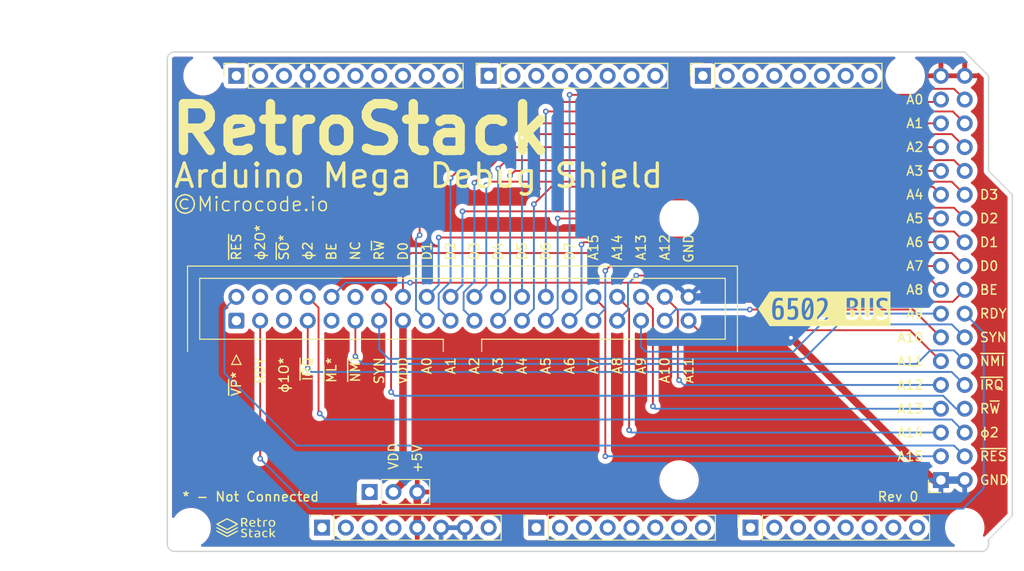
<source format=kicad_pcb>
(kicad_pcb (version 20211014) (generator pcbnew)
  (title_block (date "mar. 31 mars 2015"))
  (layers (0 "F.Cu" signal) (31 "B.Cu" mixed) (34 "B.Paste" user) (35 "F.Paste" user) (36 "B.SilkS" user "B.Silkscreen") (37 "F.SilkS" user "F.Silkscreen") (38 "B.Mask" user) (39 "F.Mask" user) (44 "Edge.Cuts" user))
  (net 0 "")
  (net 1 "GND")
  (net 2 "+5V")
  (net 3 "/IOREF")
  (net 4 "/A0")
  (net 5 "/A1")
  (net 6 "/A2")
  (net 7 "/A3")
  (net 8 "/A4")
  (net 9 "/A5")
  (net 10 "/A6")
  (net 11 "/A7")
  (net 12 "/A8")
  (net 13 "/A9")
  (net 14 "/A10")
  (net 15 "/A11")
  (net 16 "/A12")
  (net 17 "/A13")
  (net 18 "/A14")
  (net 19 "/A15")
  (net 20 "/AREF")
  (net 21 "/*13")
  (net 22 "/*12")
  (net 23 "/*11")
  (net 24 "/*10")
  (net 25 "/*9")
  (net 26 "/*8")
  (net 27 "/*7")
  (net 28 "/*6")
  (net 29 "/*5")
  (net 30 "/*4")
  (net 31 "/*3")
  (net 32 "/*2")
  (net 33 "/TX0{slash}1")
  (net 34 "/RX0{slash}0")
  (net 35 "+3V3")
  (net 36 "/TX3{slash}14")
  (net 37 "/RX3{slash}15")
  (net 38 "/TX2{slash}16")
  (net 39 "/RX2{slash}17")
  (net 40 "/TX1{slash}18")
  (net 41 "/RX1{slash}19")
  (net 42 "/SDA{slash}20")
  (net 43 "/SCL{slash}21")
  (net 44 "VCC")
  (net 45 "/~{RESET}")
  (net 47 "/AA0")
  (net 48 "/AA1")
  (net 49 "/AA2")
  (net 50 "/AA3")
  (net 51 "/AA4")
  (net 52 "/AA5")
  (net 53 "/AA6")
  (net 54 "/AA7")
  (net 55 "/AA8")
  (net 56 "/AA9")
  (net 57 "/AA10")
  (net 58 "/AA11")
  (net 59 "/AA12")
  (net 60 "/AA13")
  (net 61 "/AA14")
  (net 62 "/AA15")
  (net 63 "/~{RES}")
  (net 64 "/PHI2")
  (net 65 "/R{slash}~{W}")
  (net 66 "/~{IRQ}")
  (net 67 "/~{NMI}")
  (net 68 "/SYNC")
  (net 69 "/RDY")
  (net 70 "/BE")
  (net 71 "/D0")
  (net 72 "/D1")
  (net 73 "/D2")
  (net 74 "/D3")
  (net 75 "/D4")
  (net 76 "/D5")
  (net 77 "/D6")
  (net 78 "/D7")
  (net 79 "/VPB")
  (net 80 "/PHI2O")
  (net 81 "/~{SO}")
  (net 82 "/PHI1O")
  (net 83 "/~{ML}")
  (net 84 "/NC")
  (net 85 "/VDD")
  (footprint "Connector_PinSocket_2.54mm:PinSocket_2x18_P2.54mm_Vertical" (layer "F.Cu") (at 193.98 92.38 180)
    (fp_text reference "J7" hide)
    (fp_text value "Digital")
    (pad "1" thru_hole rect locked (at 0 0 180) (size 1.7 1.7) (drill 1) (layers *.Cu *.Mask) (net 1 "GND"))
    (pad "2" thru_hole oval locked (at -2.54 0 180) (size 1.7 1.7) (drill 1) (layers *.Cu *.Mask) (net 1 "GND"))
    (pad "3" thru_hole oval locked (at 0 2.54 180) (size 1.7 1.7) (drill 1) (layers *.Cu *.Mask) (net 19 "/A15"))
    (pad "4" thru_hole oval locked (at -2.54 2.54 180) (size 1.7 1.7) (drill 1) (layers *.Cu *.Mask) (net 63 "/~{RES}"))
    (pad "5" thru_hole oval locked (at 0 5.08 180) (size 1.7 1.7) (drill 1) (layers *.Cu *.Mask) (net 18 "/A14"))
    (pad "6" thru_hole oval locked (at -2.54 5.08 180) (size 1.7 1.7) (drill 1) (layers *.Cu *.Mask) (net 64 "/PHI2"))
    (pad "7" thru_hole oval locked (at 0 7.62 180) (size 1.7 1.7) (drill 1) (layers *.Cu *.Mask) (net 17 "/A13"))
    (pad "8" thru_hole oval locked (at -2.54 7.62 180) (size 1.7 1.7) (drill 1) (layers *.Cu *.Mask) (net 65 "/R{slash}~{W}"))
    (pad "9" thru_hole oval locked (at 0 10.16 180) (size 1.7 1.7) (drill 1) (layers *.Cu *.Mask) (net 16 "/A12"))
    (pad "10" thru_hole oval locked (at -2.54 10.16 180) (size 1.7 1.7) (drill 1) (layers *.Cu *.Mask) (net 66 "/~{IRQ}"))
    (pad "11" thru_hole oval locked (at 0 12.7 180) (size 1.7 1.7) (drill 1) (layers *.Cu *.Mask) (net 15 "/A11"))
    (pad "12" thru_hole oval locked (at -2.54 12.7 180) (size 1.7 1.7) (drill 1) (layers *.Cu *.Mask) (net 67 "/~{NMI}"))
    (pad "13" thru_hole oval locked (at 0 15.24 180) (size 1.7 1.7) (drill 1) (layers *.Cu *.Mask) (net 14 "/A10"))
    (pad "14" thru_hole oval locked (at -2.54 15.24 180) (size 1.7 1.7) (drill 1) (layers *.Cu *.Mask) (net 68 "/SYNC"))
    (pad "15" thru_hole oval locked (at 0 17.78 180) (size 1.7 1.7) (drill 1) (layers *.Cu *.Mask) (net 13 "/A9"))
    (pad "16" thru_hole oval locked (at -2.54 17.78 180) (size 1.7 1.7) (drill 1) (layers *.Cu *.Mask) (net 69 "/RDY"))
    (pad "17" thru_hole oval locked (at 0 20.32 180) (size 1.7 1.7) (drill 1) (layers *.Cu *.Mask) (net 12 "/A8"))
    (pad "18" thru_hole oval locked (at -2.54 20.32 180) (size 1.7 1.7) (drill 1) (layers *.Cu *.Mask) (net 70 "/BE"))
    (pad "19" thru_hole oval locked (at 0 22.86 180) (size 1.7 1.7) (drill 1) (layers *.Cu *.Mask) (net 11 "/A7"))
    (pad "20" thru_hole oval locked (at -2.54 22.86 180) (size 1.7 1.7) (drill 1) (layers *.Cu *.Mask) (net 71 "/D0"))
    (pad "21" thru_hole oval locked (at 0 25.4 180) (size 1.7 1.7) (drill 1) (layers *.Cu *.Mask) (net 10 "/A6"))
    (pad "22" thru_hole oval locked (at -2.54 25.4 180) (size 1.7 1.7) (drill 1) (layers *.Cu *.Mask) (net 72 "/D1"))
    (pad "23" thru_hole oval locked (at 0 27.94 180) (size 1.7 1.7) (drill 1) (layers *.Cu *.Mask) (net 9 "/A5"))
    (pad "24" thru_hole oval locked (at -2.54 27.94 180) (size 1.7 1.7) (drill 1) (layers *.Cu *.Mask) (net 73 "/D2"))
    (pad "25" thru_hole oval locked (at 0 30.48 180) (size 1.7 1.7) (drill 1) (layers *.Cu *.Mask) (net 8 "/A4"))
    (pad "26" thru_hole oval locked (at -2.54 30.48 180) (size 1.7 1.7) (drill 1) (layers *.Cu *.Mask) (net 74 "/D3"))
    (pad "27" thru_hole oval locked (at 0 33.02 180) (size 1.7 1.7) (drill 1) (layers *.Cu *.Mask) (net 7 "/A3"))
    (pad "28" thru_hole oval locked (at -2.54 33.02 180) (size 1.7 1.7) (drill 1) (layers *.Cu *.Mask) (net 75 "/D4"))
    (pad "29" thru_hole oval locked (at 0 35.56 180) (size 1.7 1.7) (drill 1) (layers *.Cu *.Mask) (net 6 "/A2"))
    (pad "30" thru_hole oval locked (at -2.54 35.56 180) (size 1.7 1.7) (drill 1) (layers *.Cu *.Mask) (net 76 "/D5"))
    (pad "31" thru_hole oval locked (at 0 38.1 180) (size 1.7 1.7) (drill 1) (layers *.Cu *.Mask) (net 5 "/A1"))
    (pad "32" thru_hole oval locked (at -2.54 38.1 180) (size 1.7 1.7) (drill 1) (layers *.Cu *.Mask) (net 77 "/D6"))
    (pad "33" thru_hole oval locked (at 0 40.64 180) (size 1.7 1.7) (drill 1) (layers *.Cu *.Mask) (net 4 "/A0"))
    (pad "34" thru_hole oval locked (at -2.54 40.64 180) (size 1.7 1.7) (drill 1) (layers *.Cu *.Mask) (net 78 "/D7"))
    (pad "35" thru_hole oval locked (at 0 43.18 180) (size 1.7 1.7) (drill 1) (layers *.Cu *.Mask) (net 2 "+5V"))
    (pad "36" thru_hole oval locked (at -2.54 43.18 180) (size 1.7 1.7) (drill 1) (layers *.Cu *.Mask) (net 2 "+5V"))
  )
  (footprint "Connector_PinSocket_2.54mm:PinSocket_1x08_P2.54mm_Vertical" (layer "F.Cu") (at 127.94 97.46 90)
    (fp_text reference "J1" hide)
    (fp_text value "Power")
    (pad "1" thru_hole rect locked (at 0 0 90) (size 1.7 1.7) (drill 1) (layers *.Cu *.Mask))
    (pad "2" thru_hole oval locked (at 0 2.54 90) (size 1.7 1.7) (drill 1) (layers *.Cu *.Mask) (net 3 "/IOREF"))
    (pad "3" thru_hole oval locked (at 0 5.08 90) (size 1.7 1.7) (drill 1) (layers *.Cu *.Mask) (net 45 "/~{RESET}"))
    (pad "4" thru_hole oval locked (at 0 7.62 90) (size 1.7 1.7) (drill 1) (layers *.Cu *.Mask) (net 35 "+3V3"))
    (pad "5" thru_hole oval locked (at 0 10.16 90) (size 1.7 1.7) (drill 1) (layers *.Cu *.Mask) (net 2 "+5V"))
    (pad "6" thru_hole oval locked (at 0 12.7 90) (size 1.7 1.7) (drill 1) (layers *.Cu *.Mask) (net 1 "GND"))
    (pad "7" thru_hole oval locked (at 0 15.24 90) (size 1.7 1.7) (drill 1) (layers *.Cu *.Mask) (net 1 "GND"))
    (pad "8" thru_hole oval locked (at 0 17.78 90) (size 1.7 1.7) (drill 1) (layers *.Cu *.Mask) (net 44 "VCC"))
  )
  (footprint "Connector_PinSocket_2.54mm:PinSocket_1x08_P2.54mm_Vertical" (layer "F.Cu") (at 150.8 97.46 90)
    (fp_text reference "J3" hide)
    (fp_text value "Analog")
    (pad "1" thru_hole rect locked (at 0 0 90) (size 1.7 1.7) (drill 1) (layers *.Cu *.Mask) (net 47 "/AA0"))
    (pad "2" thru_hole oval locked (at 0 2.54 90) (size 1.7 1.7) (drill 1) (layers *.Cu *.Mask) (net 48 "/AA1"))
    (pad "3" thru_hole oval locked (at 0 5.08 90) (size 1.7 1.7) (drill 1) (layers *.Cu *.Mask) (net 49 "/AA2"))
    (pad "4" thru_hole oval locked (at 0 7.62 90) (size 1.7 1.7) (drill 1) (layers *.Cu *.Mask) (net 50 "/AA3"))
    (pad "5" thru_hole oval locked (at 0 10.16 90) (size 1.7 1.7) (drill 1) (layers *.Cu *.Mask) (net 51 "/AA4"))
    (pad "6" thru_hole oval locked (at 0 12.7 90) (size 1.7 1.7) (drill 1) (layers *.Cu *.Mask) (net 52 "/AA5"))
    (pad "7" thru_hole oval locked (at 0 15.24 90) (size 1.7 1.7) (drill 1) (layers *.Cu *.Mask) (net 53 "/AA6"))
    (pad "8" thru_hole oval locked (at 0 17.78 90) (size 1.7 1.7) (drill 1) (layers *.Cu *.Mask) (net 54 "/AA7"))
  )
  (footprint "Connector_PinSocket_2.54mm:PinSocket_1x08_P2.54mm_Vertical" (layer "F.Cu") (at 173.66 97.46 90)
    (fp_text reference "J5" hide)
    (fp_text value "Analog")
    (pad "1" thru_hole rect locked (at 0 0 90) (size 1.7 1.7) (drill 1) (layers *.Cu *.Mask) (net 55 "/AA8"))
    (pad "2" thru_hole oval locked (at 0 2.54 90) (size 1.7 1.7) (drill 1) (layers *.Cu *.Mask) (net 56 "/AA9"))
    (pad "3" thru_hole oval locked (at 0 5.08 90) (size 1.7 1.7) (drill 1) (layers *.Cu *.Mask) (net 57 "/AA10"))
    (pad "4" thru_hole oval locked (at 0 7.62 90) (size 1.7 1.7) (drill 1) (layers *.Cu *.Mask) (net 58 "/AA11"))
    (pad "5" thru_hole oval locked (at 0 10.16 90) (size 1.7 1.7) (drill 1) (layers *.Cu *.Mask) (net 59 "/AA12"))
    (pad "6" thru_hole oval locked (at 0 12.7 90) (size 1.7 1.7) (drill 1) (layers *.Cu *.Mask) (net 60 "/AA13"))
    (pad "7" thru_hole oval locked (at 0 15.24 90) (size 1.7 1.7) (drill 1) (layers *.Cu *.Mask) (net 61 "/AA14"))
    (pad "8" thru_hole oval locked (at 0 17.78 90) (size 1.7 1.7) (drill 1) (layers *.Cu *.Mask) (net 62 "/AA15"))
  )
  (footprint "Connector_PinSocket_2.54mm:PinSocket_1x10_P2.54mm_Vertical" (layer "F.Cu") (at 118.796 49.2 90)
    (fp_text reference "J2" hide)
    (fp_text value "PWM")
    (pad "1" thru_hole rect locked (at 0 0 90) (size 1.7 1.7) (drill 1) (layers *.Cu *.Mask) (net 43 "/SCL{slash}21"))
    (pad "2" thru_hole oval locked (at 0 2.54 90) (size 1.7 1.7) (drill 1) (layers *.Cu *.Mask) (net 42 "/SDA{slash}20"))
    (pad "3" thru_hole oval locked (at 0 5.08 90) (size 1.7 1.7) (drill 1) (layers *.Cu *.Mask) (net 20 "/AREF"))
    (pad "4" thru_hole oval locked (at 0 7.62 90) (size 1.7 1.7) (drill 1) (layers *.Cu *.Mask) (net 1 "GND"))
    (pad "5" thru_hole oval locked (at 0 10.16 90) (size 1.7 1.7) (drill 1) (layers *.Cu *.Mask) (net 21 "/*13"))
    (pad "6" thru_hole oval locked (at 0 12.7 90) (size 1.7 1.7) (drill 1) (layers *.Cu *.Mask) (net 22 "/*12"))
    (pad "7" thru_hole oval locked (at 0 15.24 90) (size 1.7 1.7) (drill 1) (layers *.Cu *.Mask) (net 23 "/*11"))
    (pad "8" thru_hole oval locked (at 0 17.78 90) (size 1.7 1.7) (drill 1) (layers *.Cu *.Mask) (net 24 "/*10"))
    (pad "9" thru_hole oval locked (at 0 20.32 90) (size 1.7 1.7) (drill 1) (layers *.Cu *.Mask) (net 25 "/*9"))
    (pad "10" thru_hole oval locked (at 0 22.86 90) (size 1.7 1.7) (drill 1) (layers *.Cu *.Mask) (net 26 "/*8"))
  )
  (footprint "Connector_PinSocket_2.54mm:PinSocket_1x08_P2.54mm_Vertical" (layer "F.Cu") (at 145.72 49.2 90)
    (fp_text reference "J4" hide)
    (fp_text value "PWM")
    (pad "1" thru_hole rect locked (at 0 0 90) (size 1.7 1.7) (drill 1) (layers *.Cu *.Mask) (net 27 "/*7"))
    (pad "2" thru_hole oval locked (at 0 2.54 90) (size 1.7 1.7) (drill 1) (layers *.Cu *.Mask) (net 28 "/*6"))
    (pad "3" thru_hole oval locked (at 0 5.08 90) (size 1.7 1.7) (drill 1) (layers *.Cu *.Mask) (net 29 "/*5"))
    (pad "4" thru_hole oval locked (at 0 7.62 90) (size 1.7 1.7) (drill 1) (layers *.Cu *.Mask) (net 30 "/*4"))
    (pad "5" thru_hole oval locked (at 0 10.16 90) (size 1.7 1.7) (drill 1) (layers *.Cu *.Mask) (net 31 "/*3"))
    (pad "6" thru_hole oval locked (at 0 12.7 90) (size 1.7 1.7) (drill 1) (layers *.Cu *.Mask) (net 32 "/*2"))
    (pad "7" thru_hole oval locked (at 0 15.24 90) (size 1.7 1.7) (drill 1) (layers *.Cu *.Mask) (net 33 "/TX0{slash}1"))
    (pad "8" thru_hole oval locked (at 0 17.78 90) (size 1.7 1.7) (drill 1) (layers *.Cu *.Mask) (net 34 "/RX0{slash}0"))
  )
  (footprint "Connector_PinSocket_2.54mm:PinSocket_1x08_P2.54mm_Vertical" (layer "F.Cu") (at 168.58 49.2 90)
    (fp_text reference "J6" hide)
    (fp_text value "Communication")
    (pad "1" thru_hole rect locked (at 0 0 90) (size 1.7 1.7) (drill 1) (layers *.Cu *.Mask) (net 36 "/TX3{slash}14"))
    (pad "2" thru_hole oval locked (at 0 2.54 90) (size 1.7 1.7) (drill 1) (layers *.Cu *.Mask) (net 37 "/RX3{slash}15"))
    (pad "3" thru_hole oval locked (at 0 5.08 90) (size 1.7 1.7) (drill 1) (layers *.Cu *.Mask) (net 38 "/TX2{slash}16"))
    (pad "4" thru_hole oval locked (at 0 7.62 90) (size 1.7 1.7) (drill 1) (layers *.Cu *.Mask) (net 39 "/RX2{slash}17"))
    (pad "5" thru_hole oval locked (at 0 10.16 90) (size 1.7 1.7) (drill 1) (layers *.Cu *.Mask) (net 40 "/TX1{slash}18"))
    (pad "6" thru_hole oval locked (at 0 12.7 90) (size 1.7 1.7) (drill 1) (layers *.Cu *.Mask) (net 41 "/RX1{slash}19"))
    (pad "7" thru_hole oval locked (at 0 15.24 90) (size 1.7 1.7) (drill 1) (layers *.Cu *.Mask) (net 42 "/SDA{slash}20"))
    (pad "8" thru_hole oval locked (at 0 17.78 90) (size 1.7 1.7) (drill 1) (layers *.Cu *.Mask) (net 43 "/SCL{slash}21"))
  )
  (footprint "Arduino_MountingHole:MountingHole_3.2mm" (layer "F.Cu") (at 196.52 97.46)
    (fp_text reference "MH6" hide)
    (fp_text value "MountingHole_3.2mm" hide)
    (pad "" np_thru_hole circle locked (at 0 0) (size 3.2 3.2) (drill 3.2) (layers *.Cu *.Mask))
  )
  (footprint "kibuzzard-642888DE" (layer "F.Cu") (at 181.534 74.092)
    (fp_text reference "kibuzzard-642888DE" hide)
    (fp_text value "G***" hide)
  )
  (footprint "RetroStack:RetroStackFullLogo13x10mm" (layer "F.Cu") (at 119.812 97.46)
    (fp_text reference "G***" hide)
    (fp_text value "LOGO" hide)
  )
  (footprint "Connector_PinHeader_2.54mm:PinHeader_1x03_P2.54mm_Vertical" (layer "F.Cu") (at 133.02 93.65 90)
    (fp_text reference "JP1" hide)
    (fp_text value "JMP_PWR")
    (pad "1" thru_hole rect (at 0 0 90) (size 1.7 1.7) (drill 1) (layers *.Cu *.Mask))
    (pad "2" thru_hole oval (at 0 2.54 90) (size 1.7 1.7) (drill 1) (layers *.Cu *.Mask) (net 85 "/VDD"))
    (pad "3" thru_hole oval (at 0 5.08 90) (size 1.7 1.7) (drill 1) (layers *.Cu *.Mask) (net 2 "+5V"))
  )
  (footprint "Arduino_MountingHole:MountingHole_3.2mm" (layer "F.Cu") (at 115.24 49.2)
    (fp_text reference "MH1" hide)
    (fp_text value "MountingHole_3.2mm" hide)
    (pad "" np_thru_hole circle locked (at 0 0) (size 3.2 3.2) (drill 3.2) (layers *.Cu *.Mask))
  )
  (footprint "Connector_IDC:IDC-Header_2x20_P2.54mm_Vertical" (layer "F.Cu") (at 118.796 75.3525 90)
    (fp_text reference "J8" hide)
    (fp_text value "BUS_6502")
    (pad "1" thru_hole roundrect (at 0 0 90) (size 1.7 1.7) (drill 1) (layers *.Cu *.Mask) (roundrect_rratio 0.147059) (net 79 "/VPB"))
    (pad "2" thru_hole circle (at 2.54 0 90) (size 1.7 1.7) (drill 1) (layers *.Cu *.Mask) (net 63 "/~{RES}"))
    (pad "3" thru_hole circle (at 0 2.54 90) (size 1.7 1.7) (drill 1) (layers *.Cu *.Mask) (net 69 "/RDY"))
    (pad "4" thru_hole circle (at 2.54 2.54 90) (size 1.7 1.7) (drill 1) (layers *.Cu *.Mask) (net 80 "/PHI2O"))
    (pad "5" thru_hole circle (at 0 5.08 90) (size 1.7 1.7) (drill 1) (layers *.Cu *.Mask) (net 82 "/PHI1O"))
    (pad "6" thru_hole circle (at 2.54 5.08 90) (size 1.7 1.7) (drill 1) (layers *.Cu *.Mask) (net 81 "/~{SO}"))
    (pad "7" thru_hole circle (at 0 7.62 90) (size 1.7 1.7) (drill 1) (layers *.Cu *.Mask) (net 66 "/~{IRQ}"))
    (pad "8" thru_hole circle (at 2.54 7.62 90) (size 1.7 1.7) (drill 1) (layers *.Cu *.Mask) (net 64 "/PHI2"))
    (pad "9" thru_hole circle (at 0 10.16 90) (size 1.7 1.7) (drill 1) (layers *.Cu *.Mask) (net 83 "/~{ML}"))
    (pad "10" thru_hole circle (at 2.54 10.16 90) (size 1.7 1.7) (drill 1) (layers *.Cu *.Mask) (net 70 "/BE"))
    (pad "11" thru_hole circle (at 0 12.7 90) (size 1.7 1.7) (drill 1) (layers *.Cu *.Mask) (net 67 "/~{NMI}"))
    (pad "12" thru_hole circle (at 2.54 12.7 90) (size 1.7 1.7) (drill 1) (layers *.Cu *.Mask) (net 84 "/NC"))
    (pad "13" thru_hole circle (at 0 15.24 90) (size 1.7 1.7) (drill 1) (layers *.Cu *.Mask) (net 68 "/SYNC"))
    (pad "14" thru_hole circle (at 2.54 15.24 90) (size 1.7 1.7) (drill 1) (layers *.Cu *.Mask) (net 65 "/R{slash}~{W}"))
    (pad "15" thru_hole circle (at 0 17.78 90) (size 1.7 1.7) (drill 1) (layers *.Cu *.Mask) (net 85 "/VDD"))
    (pad "16" thru_hole circle (at 2.54 17.78 90) (size 1.7 1.7) (drill 1) (layers *.Cu *.Mask) (net 71 "/D0"))
    (pad "17" thru_hole circle (at 0 20.32 90) (size 1.7 1.7) (drill 1) (layers *.Cu *.Mask) (net 4 "/A0"))
    (pad "18" thru_hole circle (at 2.54 20.32 90) (size 1.7 1.7) (drill 1) (layers *.Cu *.Mask) (net 72 "/D1"))
    (pad "19" thru_hole circle (at 0 22.86 90) (size 1.7 1.7) (drill 1) (layers *.Cu *.Mask) (net 5 "/A1"))
    (pad "20" thru_hole circle (at 2.54 22.86 90) (size 1.7 1.7) (drill 1) (layers *.Cu *.Mask) (net 73 "/D2"))
    (pad "21" thru_hole circle (at 0 25.4 90) (size 1.7 1.7) (drill 1) (layers *.Cu *.Mask) (net 6 "/A2"))
    (pad "22" thru_hole circle (at 2.54 25.4 90) (size 1.7 1.7) (drill 1) (layers *.Cu *.Mask) (net 74 "/D3"))
    (pad "23" thru_hole circle (at 0 27.94 90) (size 1.7 1.7) (drill 1) (layers *.Cu *.Mask) (net 7 "/A3"))
    (pad "24" thru_hole circle (at 2.54 27.94 90) (size 1.7 1.7) (drill 1) (layers *.Cu *.Mask) (net 75 "/D4"))
    (pad "25" thru_hole circle (at 0 30.48 90) (size 1.7 1.7) (drill 1) (layers *.Cu *.Mask) (net 8 "/A4"))
    (pad "26" thru_hole circle (at 2.54 30.48 90) (size 1.7 1.7) (drill 1) (layers *.Cu *.Mask) (net 76 "/D5"))
    (pad "27" thru_hole circle (at 0 33.02 90) (size 1.7 1.7) (drill 1) (layers *.Cu *.Mask) (net 9 "/A5"))
    (pad "28" thru_hole circle (at 2.54 33.02 90) (size 1.7 1.7) (drill 1) (layers *.Cu *.Mask) (net 77 "/D6"))
    (pad "29" thru_hole circle (at 0 35.56 90) (size 1.7 1.7) (drill 1) (layers *.Cu *.Mask) (net 10 "/A6"))
    (pad "30" thru_hole circle (at 2.54 35.56 90) (size 1.7 1.7) (drill 1) (layers *.Cu *.Mask) (net 78 "/D7"))
    (pad "31" thru_hole circle (at 0 38.1 90) (size 1.7 1.7) (drill 1) (layers *.Cu *.Mask) (net 11 "/A7"))
    (pad "32" thru_hole circle (at 2.54 38.1 90) (size 1.7 1.7) (drill 1) (layers *.Cu *.Mask) (net 19 "/A15"))
    (pad "33" thru_hole circle (at 0 40.64 90) (size 1.7 1.7) (drill 1) (layers *.Cu *.Mask) (net 12 "/A8"))
    (pad "34" thru_hole circle (at 2.54 40.64 90) (size 1.7 1.7) (drill 1) (layers *.Cu *.Mask) (net 18 "/A14"))
    (pad "35" thru_hole circle (at 0 43.18 90) (size 1.7 1.7) (drill 1) (layers *.Cu *.Mask) (net 13 "/A9"))
    (pad "36" thru_hole circle (at 2.54 43.18 90) (size 1.7 1.7) (drill 1) (layers *.Cu *.Mask) (net 17 "/A13"))
    (pad "37" thru_hole circle (at 0 45.72 90) (size 1.7 1.7) (drill 1) (layers *.Cu *.Mask) (net 14 "/A10"))
    (pad "38" thru_hole circle (at 2.54 45.72 90) (size 1.7 1.7) (drill 1) (layers *.Cu *.Mask) (net 16 "/A12"))
    (pad "39" thru_hole circle (at 0 48.26 90) (size 1.7 1.7) (drill 1) (layers *.Cu *.Mask) (net 15 "/A11"))
    (pad "40" thru_hole circle (at 2.54 48.26 90) (size 1.7 1.7) (drill 1) (layers *.Cu *.Mask) (net 1 "GND"))
  )
  (footprint "Arduino_MountingHole:MountingHole_3.2mm" (layer "F.Cu") (at 113.97 97.46)
    (fp_text reference "MH2" hide)
    (fp_text value "MountingHole_3.2mm" hide)
    (pad "" np_thru_hole circle locked (at 0 0) (size 3.2 3.2) (drill 3.2) (layers *.Cu *.Mask))
  )
  (footprint "Arduino_MountingHole:MountingHole_3.2mm" (layer "F.Cu") (at 166.04 64.44)
    (fp_text reference "MH3" hide)
    (fp_text value "MountingHole_3.2mm" hide)
    (pad "" np_thru_hole circle locked (at 0 0) (size 3.2 3.2) (drill 3.2) (layers *.Cu *.Mask))
  )
  (footprint "Arduino_MountingHole:MountingHole_3.2mm" (layer "F.Cu") (at 166.04 92.38)
    (fp_text reference "MH4" hide)
    (fp_text value "MountingHole_3.2mm" hide)
    (pad "" np_thru_hole circle locked (at 0 0) (size 3.2 3.2) (drill 3.2) (layers *.Cu *.Mask))
  )
  (footprint "Arduino_MountingHole:MountingHole_3.2mm" (layer "F.Cu") (at 190.17 49.2)
    (fp_text reference "MH5" hide)
    (fp_text value "MountingHole_3.2mm" hide)
    (pad "" np_thru_hole circle locked (at 0 0) (size 3.2 3.2) (drill 3.2) (layers *.Cu *.Mask))
  )
  (gr_line (start 199.06 59.36) (end 201.6 61.9) (layer "Edge.Cuts") (width 0.15))
  (gr_line (start 111.43 99.238) (end 111.43 47.422) (layer "Edge.Cuts") (width 0.15))
  (gr_line (start 201.6 61.9) (end 201.6 96.19) (layer "Edge.Cuts") (width 0.15))
  (gr_line (start 198.298 100) (end 112.192 100) (layer "Edge.Cuts") (width 0.15))
  (gr_line (start 112.192 46.66) (end 196.52 46.66) (layer "Edge.Cuts") (width 0.15))
  (gr_arc (start 112.192 100) (mid 111.653185 99.776815) (end 111.43 99.238) (layer "Edge.Cuts") (width 0.15))
  (gr_line (start 201.6 96.19) (end 199.06 98.73) (layer "Edge.Cuts") (width 0.15))
  (gr_line (start 196.52 46.66) (end 199.06 49.2) (layer "Edge.Cuts") (width 0.15))
  (gr_arc (start 199.06 99.238) (mid 198.836815 99.776815) (end 198.298 100) (layer "Edge.Cuts") (width 0.15))
  (gr_line (start 199.06 49.2) (end 199.06 59.36) (layer "Edge.Cuts") (width 0.15))
  (gr_line (start 199.06 98.73) (end 199.06 99.238) (layer "Edge.Cuts") (width 0.15))
  (gr_arc (start 111.43 47.422) (mid 111.653185 46.883185) (end 112.192 46.66) (layer "Edge.Cuts") (width 0.15))
  (gr_text "D4" (at 146.736 69.012 90) (layer "F.SilkS") (effects (font (size 1 1) (thickness 0.153)) (justify left)))
  (gr_text "A4" (at 149.276 79.172 90) (layer "F.SilkS") (effects (font (size 1 1) (thickness 0.153)) (justify right)))
  (gr_text "D2" (at 198.044 64.44) (layer "F.SilkS") (effects (font (size 1 1) (thickness 0.153)) (justify left)))
  (gr_text "A1" (at 192.202 54.28) (layer "F.SilkS") (effects (font (size 1 1) (thickness 0.153)) (justify right)))
  (gr_text "A13" (at 192.202 84.76) (layer "F.SilkS") (effects (font (size 1 1) (thickness 0.153)) (justify right)))
  (gr_text "A6" (at 154.356 79.172 90) (layer "F.SilkS") (effects (font (size 1 1) (thickness 0.153)) (justify right)))
  (gr_text "SYN" (at 198.044 77.14) (layer "F.SilkS") (effects (font (size 1 1) (thickness 0.153)) (justify left)))
  (gr_text "D3" (at 198.044 61.9) (layer "F.SilkS") (effects (font (size 1 1) (thickness 0.153)) (justify left)))
  (gr_text "GND" (at 198.044 92.38) (layer "F.SilkS") (effects (font (size 1 1) (thickness 0.153)) (justify left)))
  (gr_text "~{SO}*" (at 123.876 69.012 90) (layer "F.SilkS") (effects (font (size 1 1) (thickness 0.153)) (justify left)))
  (gr_text "D7" (at 154.356 69.012 90) (layer "F.SilkS") (effects (font (size 1 1) (thickness 0.153)) (justify left)))
  (gr_text "Arduino Mega Debug Shield" (at 111.938 59.868) (layer "F.SilkS") (effects (font (size 2.5 2.5) (thickness 0.35)) (justify left)))
  (gr_text "D2" (at 141.656 69.012 90) (layer "F.SilkS") (effects (font (size 1 1) (thickness 0.153)) (justify left)))
  (gr_text "* - Not Connected" (at 120.32 94.158) (layer "F.SilkS") (effects (font (size 1 1) (thickness 0.153))))
  (gr_text "A0" (at 192.202 51.74) (layer "F.SilkS") (effects (font (size 1 1) (thickness 0.153)) (justify right)))
  (gr_text "D6" (at 151.816 69.012 90) (layer "F.SilkS") (effects (font (size 1 1) (thickness 0.153)) (justify left)))
  (gr_text "VDD" (at 135.56 89.84 90) (layer "F.SilkS") (effects (font (size 1 1) (thickness 0.153))))
  (gr_text "A8" (at 192.202 72.06) (layer "F.SilkS") (effects (font (size 1 1) (thickness 0.153)) (justify right)))
  (gr_text "VDD" (at 136.576 79.172 90) (layer "F.SilkS") (effects (font (size 1 1) (thickness 0.153)) (justify right)))
  (gr_text "BE" (at 198.044 72.06) (layer "F.SilkS") (effects (font (size 1 1) (thickness 0.153)) (justify left)))
  (gr_text "A14" (at 192.202 87.3) (layer "F.SilkS") (effects (font (size 1 1) (thickness 0.153)) (justify right)))
  (gr_text "A9" (at 161.976 79.172 90) (layer "F.SilkS") (effects (font (size 1 1) (thickness 0.153)) (justify right)))
  (gr_text "~{VP}*" (at 118.796 80.696 90) (layer "F.SilkS") (effects (font (size 1 1) (thickness 0.153)) (justify right)))
  (gr_text "R~{W}" (at 134.036 69.012 90) (layer "F.SilkS") (effects (font (size 1 1) (thickness 0.153)) (justify left)))
  (gr_text "A15" (at 156.896 69.012 90) (layer "F.SilkS") (effects (font (size 1 1) (thickness 0.153)) (justify left)))
  (gr_text "~{ML}*" (at 128.956 79.172 90) (layer "F.SilkS") (effects (font (size 1 1) (thickness 0.153)) (justify right)))
  (gr_text "A7" (at 192.202 69.52) (layer "F.SilkS") (effects (font (size 1 1) (thickness 0.153)) (justify right)))
  (gr_text "A7" (at 156.896 79.172 90) (layer "F.SilkS") (effects (font (size 1 1) (thickness 0.153)) (justify right)))
  (gr_text "BE" (at 128.956 69.012 90) (layer "F.SilkS") (effects (font (size 1 1) (thickness 0.153)) (justify left)))
  (gr_text "RetroStack" (at 111.303 54.915) (layer "F.SilkS") (effects (font (size 5 5) (thickness 1)) (justify left)))
  (gr_text "ϕ2" (at 198.044 87.3) (layer "F.SilkS") (effects (font (size 1 1) (thickness 0.153)) (justify left)))
  (gr_text "ϕ2" (at 126.416 69.012 90) (layer "F.SilkS") (effects (font (size 1 1) (thickness 0.153)) (justify left)))
  (gr_text "A12" (at 192.202 82.22) (layer "F.SilkS") (effects (font (size 1 1) (thickness 0.153)) (justify right)))
  (gr_text "A10" (at 192.202 77.14) (layer "F.SilkS") (effects (font (size 1 1) (thickness 0.153)) (justify right)))
  (gr_text "~{RES}" (at 118.796 69.012 90) (layer "F.SilkS") (effects (font (size 1 1) (thickness 0.153)) (justify left)))
  (gr_text "A11" (at 192.202 79.68) (layer "F.SilkS") (effects (font (size 1 1) (thickness 0.153)) (justify right)))
  (gr_text "A13" (at 161.976 69.012 90) (layer "F.SilkS") (effects (font (size 1 1) (thickness 0.153)) (justify left)))
  (gr_text "~{NMI}" (at 131.496 79.172 90) (layer "F.SilkS") (effects (font (size 1 1) (thickness 0.153)) (justify right)))
  (gr_text "A3" (at 146.736 79.172 90) (layer "F.SilkS") (effects (font (size 1 1) (thickness 0.153)) (justify right)))
  (gr_text "A11" (at 167.056 79.172 90) (layer "F.SilkS") (effects (font (size 1 1) (thickness 0.153)) (justify right)))
  (gr_text "D5" (at 149.276 69.012 90) (layer "F.SilkS") (effects (font (size 1 1) (thickness 0.153)) (justify left)))
  (gr_text "A6" (at 192.202 66.98) (layer "F.SilkS") (effects (font (size 1 1) (thickness 0.153)) (justify right)))
  (gr_text "A12" (at 164.516 69.012 90) (layer "F.SilkS") (effects (font (size 1 1) (thickness 0.153)) (justify left)))
  (gr_text "GND" (at 167.056 69.266 90) (layer "F.SilkS") (effects (font (size 1 1) (thickness 0.153)) (justify left)))
  (gr_text "ϕ1O*" (at 123.876 79.172 90) (layer "F.SilkS") (effects (font (size 1 1) (thickness 0.153)) (justify right)))
  (gr_text "©Microcode.io" (at 111.938 62.916) (layer "F.SilkS") (effects (font (size 1.5 1.5) (thickness 0.153)) (justify left)))
  (gr_text "D0" (at 136.576 69.012 90) (layer "F.SilkS") (effects (font (size 1 1) (thickness 0.153)) (justify left)))
  (gr_text "A2" (at 192.202 56.82) (layer "F.SilkS") (effects (font (size 1 1) (thickness 0.153)) (justify right)))
  (gr_text "R~{W}" (at 198.044 84.76) (layer "F.SilkS") (effects (font (size 1 1) (thickness 0.153)) (justify left)))
  (gr_text "A5" (at 151.816 79.172 90) (layer "F.SilkS") (effects (font (size 1 1) (thickness 0.153)) (justify right)))
  (gr_text "A4" (at 192.202 61.9) (layer "F.SilkS") (effects (font (size 1 1) (thickness 0.153)) (justify right)))
  (gr_text "D1" (at 198.044 66.98) (layer "F.SilkS") (effects (font (size 1 1) (thickness 0.153)) (justify left)))
  (gr_text "D0" (at 198.044 69.52) (layer "F.SilkS") (effects (font (size 1 1) (thickness 0.153)) (justify left)))
  (gr_text "A15" (at 192.202 89.84) (layer "F.SilkS") (effects (font (size 1 1) (thickness 0.153)) (justify right)))
  (gr_text "~{NMI}" (at 198.044 79.68) (layer "F.SilkS") (effects (font (size 1 1) (thickness 0.153)) (justify left)))
  (gr_text "Rev 0" (at 189.408 94.158) (layer "F.SilkS") (effects (font (size 1 1) (thickness 0.153))))
  (gr_text "RDY" (at 198.044 74.6) (layer "F.SilkS") (effects (font (size 1 1) (thickness 0.153)) (justify left)))
  (gr_text "A3" (at 192.202 59.36) (layer "F.SilkS") (effects (font (size 1 1) (thickness 0.153)) (justify right)))
  (gr_text "SYN" (at 134.036 79.172 90) (layer "F.SilkS") (effects (font (size 1 1) (thickness 0.153)) (justify right)))
  (gr_text "A1" (at 141.656 79.172 90) (layer "F.SilkS") (effects (font (size 1 1) (thickness 0.153)) (justify right)))
  (gr_text "RDY" (at 121.336 79.172 90) (layer "F.SilkS") (effects (font (size 1 1) (thickness 0.153)) (justify right)))
  (gr_text "A9" (at 192.202 74.6) (layer "F.SilkS") (effects (font (size 1 1) (thickness 0.153)) (justify right)))
  (gr_text "~{IRQ}" (at 198.044 82.22) (layer "F.SilkS") (effects (font (size 1 1) (thickness 0.153)) (justify left)))
  (gr_text "A14" (at 159.436 69.012 90) (layer "F.SilkS") (effects (font (size 1 1) (thickness 0.153)) (justify left)))
  (gr_text "A8" (at 159.436 79.172 90) (layer "F.SilkS") (effects (font (size 1 1) (thickness 0.153)) (justify right)))
  (gr_text "~{IRQ}" (at 126.416 79.172 90) (layer "F.SilkS") (effects (font (size 1 1) (thickness 0.153)) (justify right)))
  (gr_text "+5V" (at 138.1 90.094 90) (layer "F.SilkS") (effects (font (size 1 1) (thickness 0.153))))
  (gr_text "A0" (at 139.116 79.172 90) (layer "F.SilkS") (effects (font (size 1 1) (thickness 0.153)) (justify right)))
  (gr_text "NC" (at 131.496 69.012 90) (layer "F.SilkS") (effects (font (size 1 1) (thickness 0.153)) (justify left)))
  (gr_text "ϕ2O*" (at 121.336 69.012 90) (layer "F.SilkS") (effects (font (size 1 1) (thickness 0.153)) (justify left)))
  (gr_text "~{RES}" (at 198.044 89.84) (layer "F.SilkS") (effects (font (size 1 1) (thickness 0.153)) (justify left)))
  (gr_text "D1" (at 139.116 69.012 90) (layer "F.SilkS") (effects (font (size 1 1) (thickness 0.153)) (justify left)))
  (gr_text "A10" (at 164.516 79.172 90) (layer "F.SilkS") (effects (font (size 1 1) (thickness 0.153)) (justify right)))
  (gr_text "A5" (at 192.202 64.44) (layer "F.SilkS") (effects (font (size 1 1) (thickness 0.153)) (justify right)))
  (gr_text "A2" (at 144.196 79.172 90) (layer "F.SilkS") (effects (font (size 1 1) (thickness 0.153)) (justify right)))
  (gr_text "D3" (at 144.196 69.012 90) (layer "F.SilkS") (effects (font (size 1 1) (thickness 0.153)) (justify left)))
  (segment (start 177.978 77.1775) (end 178.0155 77.1775) (width 0.8) (layer "F.Cu") (net 1))
  (segment (start 193.218 92.38) (end 193.98 92.38) (width 0.8) (layer "F.Cu") (net 1))
  (segment (start 178.0155 77.1775) (end 193.218 92.38) (width 0.8) (layer "F.Cu") (net 1))
  (via (at 177.978 77.1775) (size 0.8) (drill 0.4) (layers "F.Cu" "B.Cu") (net 1))
  (segment (start 193.98 92.38) (end 196.52 92.38) (width 0.8) (layer "B.Cu") (net 1))
  (segment (start 177.978 77.14) (end 173.6505 72.8125) (width 0.8) (layer "B.Cu") (net 1))
  (segment (start 177.978 77.1775) (end 177.978 77.14) (width 0.8) (layer "B.Cu") (net 1))
  (segment (start 173.6505 72.8125) (end 167.056 72.8125) (width 0.8) (layer "B.Cu") (net 1))
  (segment (start 138.1 93.65) (end 138.1 97.46) (width 0.8) (layer "F.Cu") (net 2))
  (segment (start 138.354 66.218) (end 138.354 60.376) (width 0.2) (layer "F.Cu") (net 4))
  (segment (start 146.736 51.994) (end 193.726 51.994) (width 0.2) (layer "F.Cu") (net 4))
  (segment (start 193.726 51.994) (end 193.98 51.74) (width 0.2) (layer "F.Cu") (net 4))
  (segment (start 138.354 60.376) (end 146.736 51.994) (width 0.2) (layer "F.Cu") (net 4))
  (via (at 138.354 66.218) (size 0.6) (drill 0.3) (layers "F.Cu" "B.Cu") (net 4))
  (segment (start 137.966 66.606) (end 138.354 66.218) (width 0.2) (layer "B.Cu") (net 4))
  (segment (start 137.966 74.2025) (end 137.966 66.606) (width 0.2) (layer "B.Cu") (net 4))
  (segment (start 139.116 75.3525) (end 137.966 74.2025) (width 0.2) (layer "B.Cu") (net 4))
  (segment (start 147.498 54.28) (end 141.656 60.122) (width 0.2) (layer "F.Cu") (net 5))
  (segment (start 193.98 54.28) (end 147.498 54.28) (width 0.2) (layer "F.Cu") (net 5))
  (via (at 141.656 60.122) (size 0.6) (drill 0.3) (layers "F.Cu" "B.Cu") (net 5))
  (segment (start 141.656 60.122) (end 141.656 71.186154) (width 0.2) (layer "B.Cu") (net 5))
  (segment (start 140.386 72.456154) (end 140.386 74.0825) (width 0.2) (layer "B.Cu") (net 5))
  (segment (start 140.386 74.0825) (end 141.656 75.3525) (width 0.2) (layer "B.Cu") (net 5))
  (segment (start 141.656 71.186154) (end 140.386 72.456154) (width 0.2) (layer "B.Cu") (net 5))
  (segment (start 193.98 56.82) (end 148.006 56.82) (width 0.2) (layer "F.Cu") (net 6))
  (segment (start 148.006 56.82) (end 144.196 60.63) (width 0.2) (layer "F.Cu") (net 6))
  (via (at 144.196 60.63) (size 0.6) (drill 0.3) (layers "F.Cu" "B.Cu") (net 6))
  (segment (start 144.196 71.186154) (end 143.046 72.336154) (width 0.2) (layer "B.Cu") (net 6))
  (segment (start 143.046 72.336154) (end 143.046 74.2025) (width 0.2) (layer "B.Cu") (net 6))
  (segment (start 143.046 74.2025) (end 144.196 75.3525) (width 0.2) (layer "B.Cu") (net 6))
  (segment (start 144.196 60.63) (end 144.196 71.186154) (width 0.2) (layer "B.Cu") (net 6))
  (segment (start 148.514 59.36) (end 148.006 59.868) (width 0.2) (layer "F.Cu") (net 7))
  (segment (start 193.98 59.36) (end 148.514 59.36) (width 0.2) (layer "F.Cu") (net 7))
  (via (at 148.006 59.868) (size 0.6) (drill 0.3) (layers "F.Cu" "B.Cu") (net 7))
  (segment (start 148.006 59.868) (end 148.006 74.0825) (width 0.2) (layer "B.Cu") (net 7))
  (segment (start 148.006 74.0825) (end 146.736 75.3525) (width 0.2) (layer "B.Cu") (net 7))
  (segment (start 193.13 61.05) (end 152.412 61.05) (width 0.2) (layer "F.Cu") (net 8))
  (segment (start 193.98 61.9) (end 193.13 61.05) (width 0.2) (layer "F.Cu") (net 8))
  (segment (start 152.412 61.05) (end 150.546 62.916) (width 0.2) (layer "F.Cu") (net 8))
  (via (at 150.546 62.916) (size 0.6) (drill 0.3) (layers "F.Cu" "B.Cu") (net 8))
  (segment (start 150.546 62.916) (end 150.546 74.0825) (width 0.2) (layer "B.Cu") (net 8))
  (segment (start 150.546 74.0825) (end 149.276 75.3525) (width 0.2) (layer "B.Cu") (net 8))
  (segment (start 193.98 64.44) (end 169.596 64.44) (width 0.2) (layer "F.Cu") (net 9))
  (segment (start 169.596 64.44) (end 167.564 62.408) (width 0.2) (layer "F.Cu") (net 9))
  (segment (start 161.976 64.44) (end 153.086 64.44) (width 0.2) (layer "F.Cu") (net 9))
  (segment (start 167.564 62.408) (end 164.008 62.408) (width 0.2) (layer "F.Cu") (net 9))
  (segment (start 164.008 62.408) (end 161.976 64.44) (width 0.2) (layer "F.Cu") (net 9))
  (via (at 153.086 64.44) (size 0.6) (drill 0.3) (layers "F.Cu" "B.Cu") (net 9))
  (segment (start 153.086 74.0825) (end 151.816 75.3525) (width 0.2) (layer "B.Cu") (net 9))
  (segment (start 153.086 64.44) (end 153.086 74.0825) (width 0.2) (layer "B.Cu") (net 9))
  (segment (start 155.88 66.98) (end 155.626 67.234) (width 0.2) (layer "F.Cu") (net 10))
  (segment (start 193.98 66.98) (end 155.88 66.98) (width 0.2) (layer "F.Cu") (net 10))
  (via (at 155.626 67.234) (size 0.6) (drill 0.3) (layers "F.Cu" "B.Cu") (net 10))
  (segment (start 155.626 74.0825) (end 154.356 75.3525) (width 0.2) (layer "B.Cu") (net 10))
  (segment (start 155.626 67.234) (end 155.626 74.0825) (width 0.2) (layer "B.Cu") (net 10))
  (segment (start 193.98 69.52) (end 158.674 69.52) (width 0.2) (layer "F.Cu") (net 11))
  (segment (start 158.674 69.52) (end 158.166 70.028) (width 0.2) (layer "F.Cu") (net 11))
  (via (at 158.166 70.028) (size 0.6) (drill 0.3) (layers "F.Cu" "B.Cu") (net 11))
  (segment (start 158.166 74.0825) (end 156.896 75.3525) (width 0.2) (layer "B.Cu") (net 11))
  (segment (start 158.166 70.028) (end 158.166 74.0825) (width 0.2) (layer "B.Cu") (net 11))
  (segment (start 193.98 72.06) (end 192.456 70.536) (width 0.2) (layer "F.Cu") (net 12))
  (segment (start 192.456 70.536) (end 161.468 70.536) (width 0.2) (layer "F.Cu") (net 12))
  (via (at 161.468 70.536) (size 0.6) (drill 0.3) (layers "F.Cu" "B.Cu") (net 12))
  (segment (start 160.586 74.2025) (end 159.436 75.3525) (width 0.2) (layer "B.Cu") (net 12))
  (segment (start 161.468 70.536) (end 160.586 71.418) (width 0.2) (layer "B.Cu") (net 12))
  (segment (start 160.586 71.418) (end 160.586 74.2025) (width 0.2) (layer "B.Cu") (net 12))
  (segment (start 162.484 78.664) (end 161.976 78.156) (width 0.2) (layer "B.Cu") (net 13))
  (segment (start 182.296 74.6) (end 178.232 78.664) (width 0.2) (layer "B.Cu") (net 13))
  (segment (start 161.976 78.156) (end 161.976 75.3525) (width 0.2) (layer "B.Cu") (net 13))
  (segment (start 193.98 74.6) (end 182.296 74.6) (width 0.2) (layer "B.Cu") (net 13))
  (segment (start 178.232 78.664) (end 162.484 78.664) (width 0.2) (layer "B.Cu") (net 13))
  (segment (start 173.588246 74.163754) (end 191.003754 74.163754) (width 0.2) (layer "F.Cu") (net 14))
  (segment (start 191.003754 74.163754) (end 193.98 77.14) (width 0.2) (layer "F.Cu") (net 14))
  (via (at 173.588246 74.163754) (size 0.6) (drill 0.3) (layers "F.Cu" "B.Cu") (net 14))
  (segment (start 164.516 75.3525) (end 165.704746 74.163754) (width 0.2) (layer "B.Cu") (net 14))
  (segment (start 165.704746 74.163754) (end 173.588246 74.163754) (width 0.2) (layer "B.Cu") (net 14))
  (segment (start 190.678 76.378) (end 168.0815 76.378) (width 0.2) (layer "F.Cu") (net 15))
  (segment (start 193.98 79.68) (end 190.678 76.378) (width 0.2) (layer "F.Cu") (net 15))
  (segment (start 168.0815 76.378) (end 167.056 75.3525) (width 0.2) (layer "F.Cu") (net 15))
  (segment (start 166.04 81.712) (end 165.906 81.578) (width 0.2) (layer "F.Cu") (net 16))
  (segment (start 165.906 81.578) (end 165.906 74.2025) (width 0.2) (layer "F.Cu") (net 16))
  (segment (start 165.906 74.2025) (end 164.516 72.8125) (width 0.2) (layer "F.Cu") (net 16))
  (via (at 166.04 81.712) (size 0.6) (drill 0.3) (layers "F.Cu" "B.Cu") (net 16))
  (segment (start 193.98 82.22) (end 166.548 82.22) (width 0.2) (layer "B.Cu") (net 16))
  (segment (start 166.548 82.22) (end 166.04 81.712) (width 0.2) (layer "B.Cu") (net 16))
  (segment (start 163.246 74.0825) (end 161.976 72.8125) (width 0.2) (layer "F.Cu") (net 17))
  (segment (start 163.246 84.506) (end 163.246 74.0825) (width 0.2) (layer "F.Cu") (net 17))
  (via (at 163.246 84.506) (size 0.6) (drill 0.3) (layers "F.Cu" "B.Cu") (net 17))
  (segment (start 193.98 84.76) (end 163.5 84.76) (width 0.2) (layer "B.Cu") (net 17))
  (segment (start 163.5 84.76) (end 163.246 84.506) (width 0.2) (layer "B.Cu") (net 17))
  (segment (start 160.706 74.0825) (end 159.436 72.8125) (width 0.2) (layer "F.Cu") (net 18))
  (segment (start 160.706 87.046) (end 160.706 74.0825) (width 0.2) (layer "F.Cu") (net 18))
  (via (at 160.706 87.046) (size 0.6) (drill 0.3) (layers "F.Cu" "B.Cu") (net 18))
  (segment (start 160.96 87.3) (end 160.706 87.046) (width 0.2) (layer "B.Cu") (net 18))
  (segment (start 193.98 87.3) (end 160.96 87.3) (width 0.2) (layer "B.Cu") (net 18))
  (segment (start 158.166 89.84) (end 158.166 74.0825) (width 0.2) (layer "F.Cu") (net 19))
  (segment (start 158.166 74.0825) (end 156.896 72.8125) (width 0.2) (layer "F.Cu") (net 19))
  (via (at 158.166 89.84) (size 0.6) (drill 0.3) (layers "F.Cu" "B.Cu") (net 19))
  (segment (start 193.98 89.84) (end 158.166 89.84) (width 0.2) (layer "B.Cu") (net 19))
  (segment (start 117.526 74.0825) (end 118.796 72.8125) (width 0.2) (layer "B.Cu") (net 63))
  (segment (start 195.37 88.69) (end 125.266 88.69) (width 0.2) (layer "B.Cu") (net 63))
  (segment (start 117.526 80.95) (end 117.526 74.0825) (width 0.2) (layer "B.Cu") (net 63))
  (segment (start 125.266 88.69) (end 117.526 80.95) (width 0.2) (layer "B.Cu") (net 63))
  (segment (start 196.52 89.84) (end 195.37 88.69) (width 0.2) (layer "B.Cu") (net 63))
  (segment (start 127.686 85.268) (end 127.566 85.148) (width 0.2) (layer "F.Cu") (net 64))
  (segment (start 127.566 85.148) (end 127.566 73.9625) (width 0.2) (layer "F.Cu") (net 64))
  (segment (start 127.566 73.9625) (end 126.416 72.8125) (width 0.2) (layer "F.Cu") (net 64))
  (via (at 127.686 85.268) (size 0.6) (drill 0.3) (layers "F.Cu" "B.Cu") (net 64))
  (segment (start 195.13 85.91) (end 128.328 85.91) (width 0.2) (layer "B.Cu") (net 64))
  (segment (start 128.328 85.91) (end 127.686 85.268) (width 0.2) (layer "B.Cu") (net 64))
  (segment (start 196.52 87.3) (end 195.13 85.91) (width 0.2) (layer "B.Cu") (net 64))
  (segment (start 135.306 74.0825) (end 134.036 72.8125) (width 0.2) (layer "F.Cu") (net 65))
  (segment (start 135.306 82.982) (end 135.306 74.0825) (width 0.2) (layer "F.Cu") (net 65))
  (via (at 135.306 82.982) (size 0.6) (drill 0.3) (layers "F.Cu" "B.Cu") (net 65))
  (segment (start 196.52 84.76) (end 195.606346 84.76) (width 0.2) (layer "B.Cu") (net 65))
  (segment (start 194.216346 83.37) (end 135.694 83.37) (width 0.2) (layer "B.Cu") (net 65))
  (segment (start 135.694 83.37) (end 135.306 82.982) (width 0.2) (layer "B.Cu") (net 65))
  (segment (start 195.606346 84.76) (end 194.216346 83.37) (width 0.2) (layer "B.Cu") (net 65))
  (segment (start 126.416 80.442) (end 126.416 75.3525) (width 0.2) (layer "F.Cu") (net 66))
  (via (at 126.416 80.442) (size 0.6) (drill 0.3) (layers "F.Cu" "B.Cu") (net 66))
  (segment (start 126.804 80.83) (end 126.416 80.442) (width 0.2) (layer "B.Cu") (net 66))
  (segment (start 196.52 82.22) (end 195.13 80.83) (width 0.2) (layer "B.Cu") (net 66))
  (segment (start 195.13 80.83) (end 126.804 80.83) (width 0.2) (layer "B.Cu") (net 66))
  (segment (start 131.496 79.172) (end 131.496 75.3525) (width 0.2) (layer "F.Cu") (net 67))
  (via (at 131.496 79.172) (size 0.6) (drill 0.3) (layers "F.Cu" "B.Cu") (net 67))
  (segment (start 192.844 78.53) (end 191.402 79.972) (width 0.2) (layer "B.Cu") (net 67))
  (segment (start 191.402 79.972) (end 132.296 79.972) (width 0.2) (layer "B.Cu") (net 67))
  (segment (start 196.52 79.68) (end 195.37 78.53) (width 0.2) (layer "B.Cu") (net 67))
  (segment (start 195.37 78.53) (end 192.844 78.53) (width 0.2) (layer "B.Cu") (net 67))
  (segment (start 132.296 79.972) (end 131.496 79.172) (width 0.2) (layer "B.Cu") (net 67))
  (segment (start 183.03937 75.75) (end 179.36337 79.426) (width 0.2) (layer "B.Cu") (net 68))
  (segment (start 196.52 77.14) (end 195.13 75.75) (width 0.2) (layer "B.Cu") (net 68))
  (segment (start 179.36337 79.426) (end 135.052 79.426) (width 0.2) (layer "B.Cu") (net 68))
  (segment (start 135.052 79.426) (end 134.036 78.41) (width 0.2) (layer "B.Cu") (net 68))
  (segment (start 195.13 75.75) (end 183.03937 75.75) (width 0.2) (layer "B.Cu") (net 68))
  (segment (start 134.036 78.41) (end 134.036 75.3525) (width 0.2) (layer "B.Cu") (net 68))
  (segment (start 121.336 90.094) (end 121.336 75.3525) (width 0.2) (layer "F.Cu") (net 69))
  (via (at 121.336 90.094) (size 0.6) (drill 0.3) (layers "F.Cu" "B.Cu") (net 69))
  (segment (start 126.67 95.428) (end 121.336 90.094) (width 0.2) (layer "B.Cu") (net 69))
  (segment (start 196.52 74.6) (end 198.552 76.632) (width 0.2) (layer "B.Cu") (net 69))
  (segment (start 196.354572 95.428) (end 126.67 95.428) (width 0.2) (layer "B.Cu") (net 69))
  (segment (start 198.552 76.632) (end 198.552 93.230572) (width 0.2) (layer "B.Cu") (net 69))
  (segment (start 198.552 93.230572) (end 196.354572 95.428) (width 0.2) (layer "B.Cu") (net 69))
  (segment (start 171.374 73.33) (end 169.342 71.298) (width 0.2) (layer "F.Cu") (net 70))
  (segment (start 192.71 73.33) (end 171.374 73.33) (width 0.2) (layer "F.Cu") (net 70))
  (segment (start 195.25 73.33) (end 192.71 73.33) (width 0.2) (layer "F.Cu") (net 70))
  (segment (start 196.52 72.06) (end 195.25 73.33) (width 0.2) (layer "F.Cu") (net 70))
  (segment (start 169.342 71.298) (end 137.338 71.298) (width 0.2) (layer "F.Cu") (net 70))
  (via (at 137.338 71.298) (size 0.6) (drill 0.3) (layers "F.Cu" "B.Cu") (net 70))
  (segment (start 137.338 71.298) (end 130.4705 71.298) (width 0.2) (layer "B.Cu") (net 70))
  (segment (start 130.4705 71.298) (end 128.956 72.8125) (width 0.2) (layer "B.Cu") (net 70))
  (segment (start 196.52 69.52) (end 195.13 68.13) (width 0.2) (layer "F.Cu") (net 71))
  (segment (start 136.576 69.012) (end 136.576 72.8125) (width 0.2) (layer "F.Cu") (net 71))
  (segment (start 195.13 68.13) (end 137.458 68.13) (width 0.2) (layer "F.Cu") (net 71))
  (segment (start 137.458 68.13) (end 136.576 69.012) (width 0.2) (layer "F.Cu") (net 71))
  (segment (start 195.37 65.83) (end 167.952 65.83) (width 0.2) (layer "F.Cu") (net 72))
  (segment (start 167.952 65.83) (end 167.31 66.472) (width 0.2) (layer "F.Cu") (net 72))
  (segment (start 196.52 66.98) (end 195.37 65.83) (width 0.2) (layer "F.Cu") (net 72))
  (segment (start 167.31 66.472) (end 140.386 66.472) (width 0.2) (layer "F.Cu") (net 72))
  (via (at 140.386 66.472) (size 0.6) (drill 0.3) (layers "F.Cu" "B.Cu") (net 72))
  (segment (start 140.386 66.472) (end 140.386 71.5425) (width 0.2) (layer "B.Cu") (net 72))
  (segment (start 140.386 71.5425) (end 139.116 72.8125) (width 0.2) (layer "B.Cu") (net 72))
  (segment (start 170.224 63.29) (end 170.104 63.17) (width 0.2) (layer "F.Cu") (net 73))
  (segment (start 161.722 63.678) (end 142.926 63.678) (width 0.2) (layer "F.Cu") (net 73))
  (segment (start 163.392 62.008) (end 161.976 63.424) (width 0.2) (layer "F.Cu") (net 73))
  (segment (start 161.976 63.424) (end 161.722 63.678) (width 0.2) (layer "F.Cu") (net 73))
  (segment (start 168.942 62.008) (end 163.392 62.008) (width 0.2) (layer "F.Cu") (net 73))
  (segment (start 195.37 63.29) (end 170.224 63.29) (width 0.2) (layer "F.Cu") (net 73))
  (segment (start 196.52 64.44) (end 195.37 63.29) (width 0.2) (layer "F.Cu") (net 73))
  (segment (start 170.104 63.17) (end 168.942 62.008) (width 0.2) (layer "F.Cu") (net 73))
  (via (at 142.926 63.678) (size 0.6) (drill 0.3) (layers "F.Cu" "B.Cu") (net 73))
  (segment (start 142.926 63.678) (end 142.926 71.5425) (width 0.2) (layer "B.Cu") (net 73))
  (segment (start 142.926 71.5425) (end 141.656 72.8125) (width 0.2) (layer "B.Cu") (net 73))
  (segment (start 195.13 60.51) (end 145.84 60.51) (width 0.2) (layer "F.Cu") (net 74))
  (segment (start 196.52 61.9) (end 195.13 60.51) (width 0.2) (layer "F.Cu") (net 74))
  (segment (start 145.84 60.51) (end 145.466 60.884) (width 0.2) (layer "F.Cu") (net 74))
  (via (at 145.466 60.884) (size 0.6) (drill 0.3) (layers "F.Cu" "B.Cu") (net 74))
  (segment (start 145.466 71.5425) (end 144.196 72.8125) (width 0.2) (layer "B.Cu") (net 74))
  (segment (start 145.466 60.884) (end 145.466 71.5425) (width 0.2) (layer "B.Cu") (net 74))
  (segment (start 195.37 58.21) (end 147.632 58.21) (width 0.2) (layer "F.Cu") (net 75))
  (segment (start 147.632 58.21) (end 146.736 59.106) (width 0.2) (layer "F.Cu") (net 75))
  (segment (start 196.52 59.36) (end 195.37 58.21) (width 0.2) (layer "F.Cu") (net 75))
  (via (at 146.736 59.106) (size 0.6) (drill 0.3) (layers "F.Cu" "B.Cu") (net 75))
  (segment (start 146.736 59.106) (end 146.736 72.8125) (width 0.2) (layer "B.Cu") (net 75))
  (segment (start 149.65 55.43) (end 149.276 55.804) (width 0.2) (layer "F.Cu") (net 76))
  (segment (start 196.52 56.82) (end 195.13 55.43) (width 0.2) (layer "F.Cu") (net 76))
  (segment (start 195.13 55.43) (end 149.65 55.43) (width 0.2) (layer "F.Cu") (net 76))
  (via (at 149.276 55.804) (size 0.6) (drill 0.3) (layers "F.Cu" "B.Cu") (net 76))
  (segment (start 149.276 55.804) (end 149.276 72.8125) (width 0.2) (layer "B.Cu") (net 76))
  (segment (start 195.25 53.01) (end 151.816 53.01) (width 0.2) (layer "F.Cu") (net 77))
  (segment (start 196.52 54.28) (end 195.25 53.01) (width 0.2) (layer "F.Cu") (net 77))
  (via (at 151.816 53.01) (size 0.6) (drill 0.3) (layers "F.Cu" "B.Cu") (net 77))
  (segment (start 151.816 53.01) (end 151.816 72.8125) (width 0.2) (layer "B.Cu") (net 77))
  (segment (start 195.37 50.59) (end 191.828 50.59) (width 0.2) (layer "F.Cu") (net 78))
  (segment (start 191.186 51.232) (end 154.356 51.232) (width 0.2) (layer "F.Cu") (net 78))
  (segment (start 196.52 51.74) (end 195.37 50.59) (width 0.2) (layer "F.Cu") (net 78))
  (segment (start 191.828 50.59) (end 191.186 51.232) (width 0.2) (layer "F.Cu") (net 78))
  (via (at 154.356 51.232) (size 0.6) (drill 0.3) (layers "F.Cu" "B.Cu") (net 78))
  (segment (start 154.356 51.232) (end 154.356 72.8125) (width 0.2) (layer "B.Cu") (net 78))
  (segment (start 136.576 75.3525) (end 136.576 92.634) (width 0.8) (layer "F.Cu") (net 85))
  (segment (start 136.576 92.634) (end 135.56 93.65) (width 0.8) (layer "F.Cu") (net 85))
  (zone (net 2) (net_name "+5V") (layer "F.Cu") (name "5V") (connect_pads (clearance 0.508)) (min_thickness 0.254) (fill yes (thermal_gap 0.508) (thermal_bridge_width 0.508) (smoothing fillet) (radius 0.25))
    (polygon (pts (xy 202.87 101.27) (xy 98.73 101.27) (xy 98.73 45.39) (xy 202.87 45.39)))
  )
  (zone (net 1) (net_name "GND") (layer "B.Cu") (name "GND") (connect_pads (clearance 0.508)) (min_thickness 0.254) (fill yes (thermal_gap 0.508) (thermal_bridge_width 0.508) (smoothing fillet) (radius 0.25))
    (polygon (pts (xy 202.87 101.27) (xy 98.73 101.27) (xy 98.73 45.39) (xy 202.87 45.39)))
  )
)
</source>
